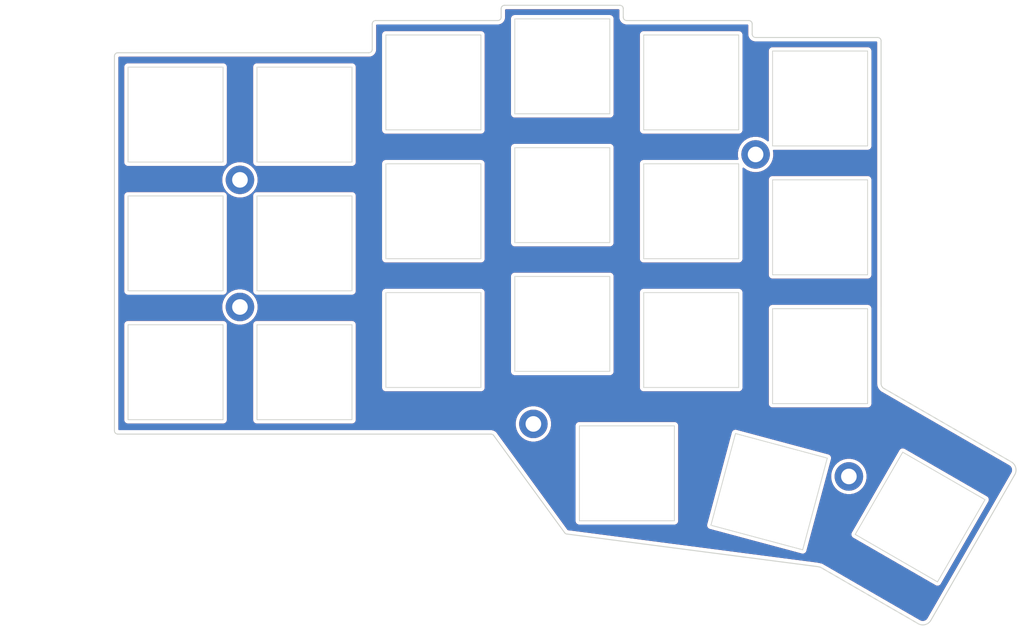
<source format=kicad_pcb>
(kicad_pcb (version 20240108) (generator "pcbnew") (generator_version "8.0")
  (title_block (title "Corne Top Plate") (date "2018-12-09") (rev "2.1") (company "foostan"))
  (layers (0 "F.Cu" signal) (31 "B.Cu" signal) (34 "B.Paste" user) (35 "F.Paste" user) (36 "B.SilkS" user "B.Silkscreen") (37 "F.SilkS" user "F.Silkscreen") (38 "B.Mask" user) (39 "F.Mask" user) (44 "Edge.Cuts" user))
  (net 0 "")
  (footprint "kbd:M2_Hole_TH" (layer "F.Cu") (at 79.5 86.75)
    (property "Reference" "" (at 0 -3.2 0) (layer "F.SilkS"))
    (property "Value" "")
    (pad "" thru_hole circle (at 0 0) (size 4.2 4.2) (drill 2.3) (layers "*.Cu" "*.Mask"))
  )
  (footprint "kbd:M2_Hole_TH" (layer "F.Cu") (at 79.5 105.5)
    (property "Reference" "" (at 0 -3.2 0) (layer "F.SilkS"))
    (property "Value" "")
    (pad "" thru_hole circle (at 0 0) (size 4.2 4.2) (drill 2.3) (layers "*.Cu" "*.Mask"))
  )
  (footprint "kbd:M2_Hole_TH" (layer "F.Cu") (at 155.5 83)
    (property "Reference" "" (at 0 -3.2 0) (layer "F.SilkS"))
    (property "Value" "")
    (pad "" thru_hole circle (at 0 0) (size 4.2 4.2) (drill 2.3) (layers "*.Cu" "*.Mask"))
  )
  (footprint "kbd:M2_Hole_TH" (layer "F.Cu") (at 122.75 122.75)
    (property "Reference" "" (at 0 -3.2 0) (layer "F.SilkS"))
    (property "Value" "")
    (pad "" thru_hole circle (at 0 0) (size 4.2 4.2) (drill 2.3) (layers "*.Cu" "*.Mask"))
  )
  (footprint "kbd:M2_Hole_TH" (layer "F.Cu") (at 169.25 130.5)
    (property "Reference" "" (at 0 -3.2 0) (layer "F.SilkS"))
    (property "Value" "")
    (pad "" thru_hole circle (at 0 0) (size 4.2 4.2) (drill 2.3) (layers "*.Cu" "*.Mask"))
  )
  (footprint "kbd:SW_Hole" (layer "F.Cu") (at 70.01 77.125)
    (property "Reference" "SW2" (hide yes))
    (property "Value" "KEY_SWITCH" (hide yes))
    (fp_line (start -7 -7) (end -7 7) (stroke (width 0.12)) (layer "Edge.Cuts"))
    (fp_line (start -7 7) (end 7 7) (stroke (width 0.12)) (layer "Edge.Cuts"))
    (fp_line (start 7 -7) (end -7 -7) (stroke (width 0.12)) (layer "Edge.Cuts"))
    (fp_line (start 7 7) (end 7 -7) (stroke (width 0.12)) (layer "Edge.Cuts"))
  )
  (footprint "kbd:SW_Hole" (layer "F.Cu") (at 70.01 96.125)
    (property "Reference" "SW2" (hide yes))
    (property "Value" "KEY_SWITCH" (hide yes))
    (fp_line (start -7 -7) (end -7 7) (stroke (width 0.12)) (layer "Edge.Cuts"))
    (fp_line (start -7 7) (end 7 7) (stroke (width 0.12)) (layer "Edge.Cuts"))
    (fp_line (start 7 -7) (end -7 -7) (stroke (width 0.12)) (layer "Edge.Cuts"))
    (fp_line (start 7 7) (end 7 -7) (stroke (width 0.12)) (layer "Edge.Cuts"))
  )
  (footprint "kbd:SW_Hole" (layer "F.Cu") (at 70.01 115.125)
    (property "Reference" "SW2" (hide yes))
    (property "Value" "KEY_SWITCH" (hide yes))
    (fp_line (start -7 -7) (end -7 7) (stroke (width 0.12)) (layer "Edge.Cuts"))
    (fp_line (start -7 7) (end 7 7) (stroke (width 0.12)) (layer "Edge.Cuts"))
    (fp_line (start 7 -7) (end -7 -7) (stroke (width 0.12)) (layer "Edge.Cuts"))
    (fp_line (start 7 7) (end 7 -7) (stroke (width 0.12)) (layer "Edge.Cuts"))
  )
  (footprint "kbd:SW_Hole" (layer "F.Cu") (at 89.01 77.125)
    (property "Reference" "SW2" (hide yes))
    (property "Value" "KEY_SWITCH" (hide yes))
    (fp_line (start -7 -7) (end -7 7) (stroke (width 0.12)) (layer "Edge.Cuts"))
    (fp_line (start -7 7) (end 7 7) (stroke (width 0.12)) (layer "Edge.Cuts"))
    (fp_line (start 7 -7) (end -7 -7) (stroke (width 0.12)) (layer "Edge.Cuts"))
    (fp_line (start 7 7) (end 7 -7) (stroke (width 0.12)) (layer "Edge.Cuts"))
  )
  (footprint "kbd:SW_Hole" (layer "F.Cu") (at 89.01 115.125)
    (property "Reference" "SW2" (hide yes))
    (property "Value" "KEY_SWITCH" (hide yes))
    (fp_line (start -7 -7) (end -7 7) (stroke (width 0.12)) (layer "Edge.Cuts"))
    (fp_line (start -7 7) (end 7 7) (stroke (width 0.12)) (layer "Edge.Cuts"))
    (fp_line (start 7 -7) (end -7 -7) (stroke (width 0.12)) (layer "Edge.Cuts"))
    (fp_line (start 7 7) (end 7 -7) (stroke (width 0.12)) (layer "Edge.Cuts"))
  )
  (footprint "kbd:SW_Hole" (layer "F.Cu") (at 89.01 96.125)
    (property "Reference" "SW2" (hide yes))
    (property "Value" "KEY_SWITCH" (hide yes))
    (fp_line (start -7 -7) (end -7 7) (stroke (width 0.12)) (layer "Edge.Cuts"))
    (fp_line (start -7 7) (end 7 7) (stroke (width 0.12)) (layer "Edge.Cuts"))
    (fp_line (start 7 -7) (end -7 -7) (stroke (width 0.12)) (layer "Edge.Cuts"))
    (fp_line (start 7 7) (end 7 -7) (stroke (width 0.12)) (layer "Edge.Cuts"))
  )
  (footprint "kbd:SW_Hole" (layer "F.Cu") (at 108.01 72.375)
    (property "Reference" "SW2" (hide yes))
    (property "Value" "KEY_SWITCH" (hide yes))
    (fp_line (start -7 -7) (end -7 7) (stroke (width 0.12)) (layer "Edge.Cuts"))
    (fp_line (start -7 7) (end 7 7) (stroke (width 0.12)) (layer "Edge.Cuts"))
    (fp_line (start 7 -7) (end -7 -7) (stroke (width 0.12)) (layer "Edge.Cuts"))
    (fp_line (start 7 7) (end 7 -7) (stroke (width 0.12)) (layer "Edge.Cuts"))
  )
  (footprint "kbd:SW_Hole" (layer "F.Cu") (at 108.01 110.375)
    (property "Reference" "SW2" (hide yes))
    (property "Value" "KEY_SWITCH" (hide yes))
    (fp_line (start -7 -7) (end -7 7) (stroke (width 0.12)) (layer "Edge.Cuts"))
    (fp_line (start -7 7) (end 7 7) (stroke (width 0.12)) (layer "Edge.Cuts"))
    (fp_line (start 7 -7) (end -7 -7) (stroke (width 0.12)) (layer "Edge.Cuts"))
    (fp_line (start 7 7) (end 7 -7) (stroke (width 0.12)) (layer "Edge.Cuts"))
  )
  (footprint "kbd:SW_Hole" (layer "F.Cu") (at 108.01 91.375)
    (property "Reference" "SW2" (hide yes))
    (property "Value" "KEY_SWITCH" (hide yes))
    (fp_line (start -7 -7) (end -7 7) (stroke (width 0.12)) (layer "Edge.Cuts"))
    (fp_line (start -7 7) (end 7 7) (stroke (width 0.12)) (layer "Edge.Cuts"))
    (fp_line (start 7 -7) (end -7 -7) (stroke (width 0.12)) (layer "Edge.Cuts"))
    (fp_line (start 7 7) (end 7 -7) (stroke (width 0.12)) (layer "Edge.Cuts"))
  )
  (footprint "kbd:SW_Hole" (layer "F.Cu") (at 127.01 70)
    (property "Reference" "SW2" (hide yes))
    (property "Value" "KEY_SWITCH" (hide yes))
    (fp_line (start -7 -7) (end -7 7) (stroke (width 0.12)) (layer "Edge.Cuts"))
    (fp_line (start -7 7) (end 7 7) (stroke (width 0.12)) (layer "Edge.Cuts"))
    (fp_line (start 7 -7) (end -7 -7) (stroke (width 0.12)) (layer "Edge.Cuts"))
    (fp_line (start 7 7) (end 7 -7) (stroke (width 0.12)) (layer "Edge.Cuts"))
  )
  (footprint "kbd:SW_Hole" (layer "F.Cu") (at 127.01 108)
    (property "Reference" "SW2" (hide yes))
    (property "Value" "KEY_SWITCH" (hide yes))
    (fp_line (start -7 -7) (end -7 7) (stroke (width 0.12)) (layer "Edge.Cuts"))
    (fp_line (start -7 7) (end 7 7) (stroke (width 0.12)) (layer "Edge.Cuts"))
    (fp_line (start 7 -7) (end -7 -7) (stroke (width 0.12)) (layer "Edge.Cuts"))
    (fp_line (start 7 7) (end 7 -7) (stroke (width 0.12)) (layer "Edge.Cuts"))
  )
  (footprint "kbd:SW_Hole" (layer "F.Cu") (at 127.01 89)
    (property "Reference" "SW2" (hide yes))
    (property "Value" "KEY_SWITCH" (hide yes))
    (fp_line (start -7 -7) (end -7 7) (stroke (width 0.12)) (layer "Edge.Cuts"))
    (fp_line (start -7 7) (end 7 7) (stroke (width 0.12)) (layer "Edge.Cuts"))
    (fp_line (start 7 -7) (end -7 -7) (stroke (width 0.12)) (layer "Edge.Cuts"))
    (fp_line (start 7 7) (end 7 -7) (stroke (width 0.12)) (layer "Edge.Cuts"))
  )
  (footprint "kbd:SW_Hole" (layer "F.Cu") (at 146.01 110.375)
    (property "Reference" "SW2" (hide yes))
    (property "Value" "KEY_SWITCH" (hide yes))
    (fp_line (start -7 -7) (end -7 7) (stroke (width 0.12)) (layer "Edge.Cuts"))
    (fp_line (start -7 7) (end 7 7) (stroke (width 0.12)) (layer "Edge.Cuts"))
    (fp_line (start 7 -7) (end -7 -7) (stroke (width 0.12)) (layer "Edge.Cuts"))
    (fp_line (start 7 7) (end 7 -7) (stroke (width 0.12)) (layer "Edge.Cuts"))
  )
  (footprint "kbd:SW_Hole" (layer "F.Cu") (at 146.01 72.375)
    (property "Reference" "SW2" (hide yes))
    (property "Value" "KEY_SWITCH" (hide yes))
    (fp_line (start -7 -7) (end -7 7) (stroke (width 0.12)) (layer "Edge.Cuts"))
    (fp_line (start -7 7) (end 7 7) (stroke (width 0.12)) (layer "Edge.Cuts"))
    (fp_line (start 7 -7) (end -7 -7) (stroke (width 0.12)) (layer "Edge.Cuts"))
    (fp_line (start 7 7) (end 7 -7) (stroke (width 0.12)) (layer "Edge.Cuts"))
  )
  (footprint "kbd:SW_Hole" (layer "F.Cu") (at 146.01 91.375)
    (property "Reference" "SW2" (hide yes))
    (property "Value" "KEY_SWITCH" (hide yes))
    (fp_line (start -7 -7) (end -7 7) (stroke (width 0.12)) (layer "Edge.Cuts"))
    (fp_line (start -7 7) (end 7 7) (stroke (width 0.12)) (layer "Edge.Cuts"))
    (fp_line (start 7 -7) (end -7 -7) (stroke (width 0.12)) (layer "Edge.Cuts"))
    (fp_line (start 7 7) (end 7 -7) (stroke (width 0.12)) (layer "Edge.Cuts"))
  )
  (footprint "kbd:SW_Hole" (layer "F.Cu") (at 165.01 93.75)
    (property "Reference" "SW2" (hide yes))
    (property "Value" "KEY_SWITCH" (hide yes))
    (fp_line (start -7 -7) (end -7 7) (stroke (width 0.12)) (layer "Edge.Cuts"))
    (fp_line (start -7 7) (end 7 7) (stroke (width 0.12)) (layer "Edge.Cuts"))
    (fp_line (start 7 -7) (end -7 -7) (stroke (width 0.12)) (layer "Edge.Cuts"))
    (fp_line (start 7 7) (end 7 -7) (stroke (width 0.12)) (layer "Edge.Cuts"))
  )
  (footprint "kbd:SW_Hole" (layer "F.Cu") (at 165.01 74.75)
    (property "Reference" "SW2" (hide yes))
    (property "Value" "KEY_SWITCH" (hide yes))
    (fp_line (start -7 -7) (end -7 7) (stroke (width 0.12)) (layer "Edge.Cuts"))
    (fp_line (start -7 7) (end 7 7) (stroke (width 0.12)) (layer "Edge.Cuts"))
    (fp_line (start 7 -7) (end -7 -7) (stroke (width 0.12)) (layer "Edge.Cuts"))
    (fp_line (start 7 7) (end 7 -7) (stroke (width 0.12)) (layer "Edge.Cuts"))
  )
  (footprint "kbd:SW_Hole" (layer "F.Cu") (at 165.01 112.75)
    (property "Reference" "SW2" (hide yes))
    (property "Value" "KEY_SWITCH" (hide yes))
    (fp_line (start -7 -7) (end -7 7) (stroke (width 0.12)) (layer "Edge.Cuts"))
    (fp_line (start -7 7) (end 7 7) (stroke (width 0.12)) (layer "Edge.Cuts"))
    (fp_line (start 7 -7) (end -7 -7) (stroke (width 0.12)) (layer "Edge.Cuts"))
    (fp_line (start 7 7) (end 7 -7) (stroke (width 0.12)) (layer "Edge.Cuts"))
  )
  (footprint "kbd:SW_Hole" (layer "F.Cu") (at 136.53 130.035)
    (property "Reference" "SW2" (hide yes))
    (property "Value" "KEY_SWITCH" (hide yes))
    (fp_line (start -7 -7) (end -7 7) (stroke (width 0.12)) (layer "Edge.Cuts"))
    (fp_line (start -7 7) (end 7 7) (stroke (width 0.12)) (layer "Edge.Cuts"))
    (fp_line (start 7 -7) (end -7 -7) (stroke (width 0.12)) (layer "Edge.Cuts"))
    (fp_line (start 7 7) (end 7 -7) (stroke (width 0.12)) (layer "Edge.Cuts"))
  )
  (footprint "kbd:SW_Hole" (layer "F.Cu") (at 157.492 132.744 -15)
    (property "Reference" "SW2" (hide yes))
    (property "Value" "KEY_SWITCH" (hide yes))
    (fp_line (start -7 7) (end 7 7) (stroke (width 0.12)) (layer "Edge.Cuts"))
    (fp_line (start -7 -7) (end -7 7) (stroke (width 0.12)) (layer "Edge.Cuts"))
    (fp_line (start 7 7) (end 7 -7) (stroke (width 0.12)) (layer "Edge.Cuts"))
    (fp_line (start 7 -7) (end -7 -7) (stroke (width 0.12)) (layer "Edge.Cuts"))
  )
  (footprint "kbd:SW_Hole" (layer "F.Cu") (at 179.75 136.485 -30)
    (property "Reference" "SW2" (hide yes))
    (property "Value" "KEY_SWITCH" (hide yes))
    (fp_line (start -7 7) (end 7 7) (stroke (width 0.12)) (layer "Edge.Cuts"))
    (fp_line (start -7 -7) (end -7 7) (stroke (width 0.12)) (layer "Edge.Cuts"))
    (fp_line (start 7 7) (end 7 -7) (stroke (width 0.12)) (layer "Edge.Cuts"))
    (fp_line (start 7 -7) (end -7 -7) (stroke (width 0.12)) (layer "Edge.Cuts"))
  )
  (footprint "kbd:corne-logo-horizontal-mask" (layer "F.Cu") (at 108.335 121.925)
    (property "Reference" "G***" (hide yes))
    (property "Value" "LOGO" (hide yes))
  )
  (footprint "kbd:corne-logo-horizontal-mask" (layer "B.Cu") (at 108.085 121.975 180)
    (property "Reference" "G***" (hide yes))
    (property "Value" "LOGO" (hide yes))
  )
  (gr_arc (start 193.270509 128.396988) (mid 193.860661 129.282182) (end 193.65 130.325) (stroke (width 0.15)) (layer "Edge.Cuts"))
  (gr_arc (start 135.5 61) (mid 135.853553 61.146447) (end 136 61.5) (stroke (width 0.15)) (layer "Edge.Cuts"))
  (gr_line (start 118 61.5) (end 118 62.75) (stroke (width 0.15)) (layer "Edge.Cuts"))
  (gr_arc (start 61.5 124.25) (mid 61.146447 124.103553) (end 61 123.75) (stroke (width 0.15)) (layer "Edge.Cuts"))
  (gr_arc (start 174.35 117.475) (mid 174.096093 117.183739) (end 173.997282 116.810192) (stroke (width 0.15)) (layer "Edge.Cuts"))
  (gr_line (start 135.5 61) (end 118.5 61) (stroke (width 0.15)) (layer "Edge.Cuts"))
  (gr_line (start 127.75 139) (end 164.420556 143.770344) (stroke (width 0.15)) (layer "Edge.Cuts"))
  (gr_line (start 154.5 63.25) (end 136.5 63.25) (stroke (width 0.15)) (layer "Edge.Cuts"))
  (gr_line (start 99 63.75) (end 99 67.5) (stroke (width 0.15)) (layer "Edge.Cuts"))
  (gr_line (start 117.5 63.25) (end 99.5 63.25) (stroke (width 0.15)) (layer "Edge.Cuts"))
  (gr_arc (start 61 68.5) (mid 61.146447 68.146447) (end 61.5 68) (stroke (width 0.15)) (layer "Edge.Cuts"))
  (gr_arc (start 173.5 65.75) (mid 173.853553 65.896447) (end 174 66.25) (stroke (width 0.15)) (layer "Edge.Cuts"))
  (gr_line (start 174 66.25) (end 173.997282 116.810192) (stroke (width 0.15)) (layer "Edge.Cuts"))
  (gr_line (start 155 65.25) (end 155 63.75) (stroke (width 0.15)) (layer "Edge.Cuts"))
  (gr_line (start 98.5 68) (end 61.5 68) (stroke (width 0.15)) (layer "Edge.Cuts"))
  (gr_line (start 165.075 143.9) (end 179.369251 152.160956) (stroke (width 0.15)) (layer "Edge.Cuts"))
  (gr_line (start 116.5 124.25) (end 61.5 124.25) (stroke (width 0.15)) (layer "Edge.Cuts"))
  (gr_line (start 173.5 65.75) (end 155.5 65.75) (stroke (width 0.15)) (layer "Edge.Cuts"))
  (gr_arc (start 154.5 63.25) (mid 154.853553 63.396447) (end 155 63.75) (stroke (width 0.15)) (layer "Edge.Cuts"))
  (gr_arc (start 155.5 65.75) (mid 155.146447 65.603553) (end 155 65.25) (stroke (width 0.15)) (layer "Edge.Cuts"))
  (gr_arc (start 164.420556 143.770344) (mid 164.750952 143.819149) (end 165.075 143.9) (stroke (width 0.15)) (layer "Edge.Cuts"))
  (gr_arc (start 136.5 63.25) (mid 136.146447 63.103553) (end 136 62.75) (stroke (width 0.15)) (layer "Edge.Cuts"))
  (gr_arc (start 99 67.5) (mid 98.853553 67.853553) (end 98.5 68) (stroke (width 0.15)) (layer "Edge.Cuts"))
  (gr_line (start 193.270509 128.396988) (end 174.35 117.475) (stroke (width 0.15)) (layer "Edge.Cuts"))
  (gr_arc (start 118 61.5) (mid 118.146447 61.146447) (end 118.5 61) (stroke (width 0.15)) (layer "Edge.Cuts"))
  (gr_line (start 61 68.5) (end 61 123.75) (stroke (width 0.15)) (layer "Edge.Cuts"))
  (gr_line (start 116.853553 124.396447) (end 127.396447 138.853553) (stroke (width 0.15)) (layer "Edge.Cuts"))
  (gr_arc (start 127.75 139) (mid 127.558658 138.96194) (end 127.396447 138.853553) (stroke (width 0.15)) (layer "Edge.Cuts"))
  (gr_line (start 181.297263 151.781465) (end 193.65 130.325) (stroke (width 0.15)) (layer "Edge.Cuts"))
  (gr_arc (start 181.297263 151.781465) (mid 180.412069 152.371617) (end 179.369251 152.160956) (stroke (width 0.15)) (layer "Edge.Cuts"))
  (gr_line (start 136 62.75) (end 136 61.5) (stroke (width 0.15)) (layer "Edge.Cuts"))
  (gr_arc (start 99 63.75) (mid 99.146447 63.396447) (end 99.5 63.25) (stroke (width 0.15)) (layer "Edge.Cuts"))
  (gr_arc (start 116.5 124.25) (mid 116.691342 124.28806) (end 116.853553 124.396447) (stroke (width 0.15)) (layer "Edge.Cuts"))
  (gr_arc (start 118 62.75) (mid 117.853553 63.103553) (end 117.5 63.25) (stroke (width 0.15)) (layer "Edge.Cuts"))
  (zone (net 0) (net_name "") (layer "F.Cu") (connect_pads (clearance 0.508)) (min_thickness 0.254) (fill yes (thermal_gap 0.508) (thermal_bridge_width 0.508))
    (polygon (pts (xy 136.535 62.875) (xy 155.56 62.875) (xy 155.56 65.225) (xy 174.535 65.225) (xy 174.535 116.7) (xy 195.085 128.65) (xy 180.71 153.475) (xy 164.86 144.3) (xy 127.31 139.425) (xy 116.635 124.65) (xy 60.485 124.65) (xy 60.485 67.6) (xy 98.485 67.6) (xy 98.485 62.85) (xy 117.485 62.85) (xy 117.485 60.475) (xy 136.535 60.475)))
  )
  (zone (net 0) (net_name "") (layer "B.Cu") (connect_pads (clearance 0.508)) (min_thickness 0.254) (fill yes (thermal_gap 0.508) (thermal_bridge_width 0.508))
    (polygon (pts (xy 136.535 62.85) (xy 155.56 62.85) (xy 155.56 65.225) (xy 174.535 65.225) (xy 174.535 116.7) (xy 195.035 128.625) (xy 180.71 153.45) (xy 164.91 144.325) (xy 127.31 139.425) (xy 116.635 124.65) (xy 60.485 124.65) (xy 60.485 67.6) (xy 98.485 67.6) (xy 98.485 62.85) (xy 117.485 62.875) (xy 117.485 60.475) (xy 136.535 60.475)))
  )
)
</source>
